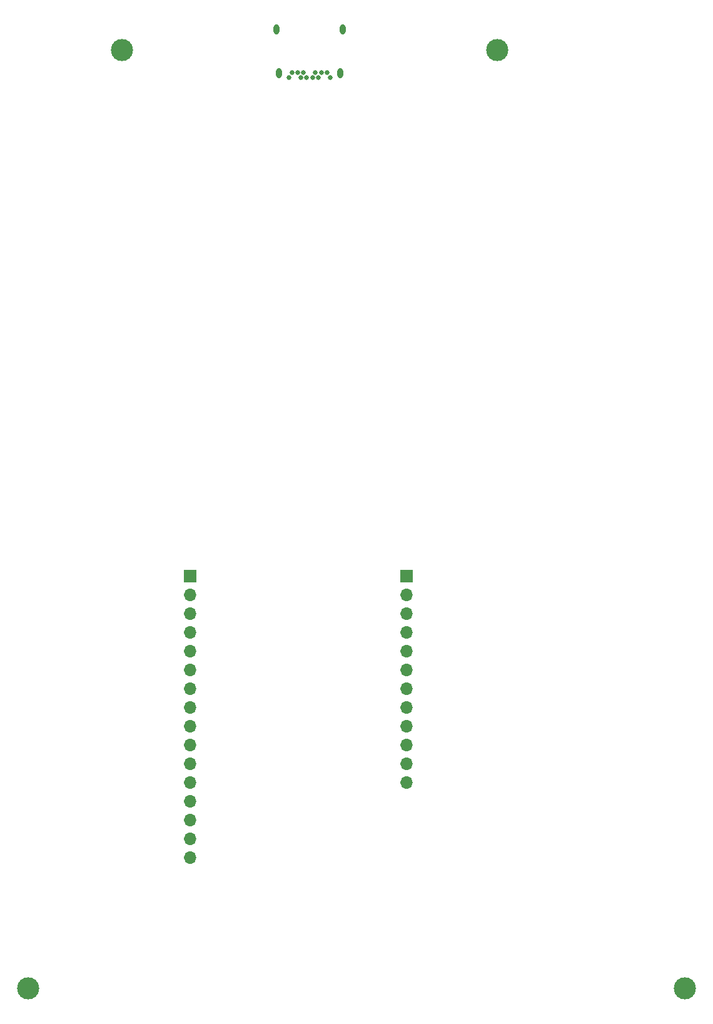
<source format=gbr>
%TF.GenerationSoftware,KiCad,Pcbnew,6.0.11-2627ca5db0~126~ubuntu20.04.1*%
%TF.CreationDate,2023-02-12T02:05:53+01:00*%
%TF.ProjectId,HeadTracker_LoRa,48656164-5472-4616-936b-65725f4c6f52,rev?*%
%TF.SameCoordinates,Original*%
%TF.FileFunction,Copper,L2,Bot*%
%TF.FilePolarity,Positive*%
%FSLAX46Y46*%
G04 Gerber Fmt 4.6, Leading zero omitted, Abs format (unit mm)*
G04 Created by KiCad (PCBNEW 6.0.11-2627ca5db0~126~ubuntu20.04.1) date 2023-02-12 02:05:53*
%MOMM*%
%LPD*%
G01*
G04 APERTURE LIST*
%TA.AperFunction,ComponentPad*%
%ADD10C,3.000000*%
%TD*%
%TA.AperFunction,ComponentPad*%
%ADD11R,1.700000X1.700000*%
%TD*%
%TA.AperFunction,ComponentPad*%
%ADD12O,1.700000X1.700000*%
%TD*%
%TA.AperFunction,ComponentPad*%
%ADD13O,0.800000X1.400000*%
%TD*%
%TA.AperFunction,ComponentPad*%
%ADD14C,0.650000*%
%TD*%
G04 APERTURE END LIST*
D10*
%TO.P,U$31,1*%
%TO.N,N/C*%
X177800000Y-38100000D03*
%TD*%
%TO.P,U$3,1*%
%TO.N,N/C*%
X203225000Y-165100000D03*
%TD*%
%TO.P,U$2,1*%
%TO.N,N/C*%
X127000000Y-38100000D03*
%TD*%
%TO.P,U$1,1*%
%TO.N,N/C*%
X114300000Y-165100000D03*
%TD*%
D11*
%TO.P,JP3,1,Pin_1*%
%TO.N,VBAT*%
X165528684Y-109299404D03*
D12*
%TO.P,JP3,2,Pin_2*%
%TO.N,/EN*%
X165528684Y-111839404D03*
%TO.P,JP3,3,Pin_3*%
%TO.N,VBUS*%
X165528684Y-114379404D03*
%TO.P,JP3,4,Pin_4*%
%TO.N,/13*%
X165528684Y-116919404D03*
%TO.P,JP3,5,Pin_5*%
%TO.N,/12*%
X165528684Y-119459404D03*
%TO.P,JP3,6,Pin_6*%
%TO.N,/11*%
X165528684Y-121999404D03*
%TO.P,JP3,7,Pin_7*%
%TO.N,/10*%
X165528684Y-124539404D03*
%TO.P,JP3,8,Pin_8*%
%TO.N,/9*%
X165528684Y-127079404D03*
%TO.P,JP3,9,Pin_9*%
%TO.N,/6*%
X165528684Y-129619404D03*
%TO.P,JP3,10,Pin_10*%
%TO.N,/5*%
X165528684Y-132159404D03*
%TO.P,JP3,11,Pin_11*%
%TO.N,/3*%
X165528684Y-134699404D03*
%TO.P,JP3,12,Pin_12*%
%TO.N,/2*%
X165528684Y-137239404D03*
%TD*%
D11*
%TO.P,JP2,1,Pin_1*%
%TO.N,/DIO1*%
X136200497Y-109250000D03*
D12*
%TO.P,JP2,2,Pin_2*%
%TO.N,/1*%
X136200497Y-111790000D03*
%TO.P,JP2,3,Pin_3*%
%TO.N,/0*%
X136200497Y-114330000D03*
%TO.P,JP2,4,Pin_4*%
%TO.N,/MISO*%
X136200497Y-116870000D03*
%TO.P,JP2,5,Pin_5*%
%TO.N,/MOSI*%
X136200497Y-119410000D03*
%TO.P,JP2,6,Pin_6*%
%TO.N,/SCK*%
X136200497Y-121950000D03*
%TO.P,JP2,7,Pin_7*%
%TO.N,/A5*%
X136200497Y-124490000D03*
%TO.P,JP2,8,Pin_8*%
%TO.N,/A4*%
X136200497Y-127030000D03*
%TO.P,JP2,9,Pin_9*%
%TO.N,/A3*%
X136200497Y-129570000D03*
%TO.P,JP2,10,Pin_10*%
%TO.N,/A2*%
X136200497Y-132110000D03*
%TO.P,JP2,11,Pin_11*%
%TO.N,/A1*%
X136200497Y-134650000D03*
%TO.P,JP2,12,Pin_12*%
%TO.N,/A0*%
X136200497Y-137190000D03*
%TO.P,JP2,13,Pin_13*%
%TO.N,GND*%
X136200497Y-139730000D03*
%TO.P,JP2,14,Pin_14*%
%TO.N,/AREF*%
X136200497Y-142270000D03*
%TO.P,JP2,15,Pin_15*%
%TO.N,+3V3*%
X136200497Y-144810000D03*
%TO.P,JP2,16,Pin_16*%
%TO.N,/RST*%
X136200497Y-147350000D03*
%TD*%
D13*
%TO.P,J1,S1,SHIELD*%
%TO.N,unconnected-(J1-PadS1)*%
X156530000Y-41210000D03*
X148270000Y-41210000D03*
X147910000Y-35260000D03*
X156890000Y-35260000D03*
D14*
%TO.P,J1,B1,GND*%
%TO.N,GND*%
X149600000Y-41810000D03*
%TO.P,J1,B4,VBUS*%
%TO.N,VBUS*%
X151200000Y-41810000D03*
%TO.P,J1,B6,D+*%
%TO.N,Net-(J1-PadA6)*%
X152000000Y-41810000D03*
%TO.P,J1,B7,D-*%
%TO.N,Net-(J1-PadA7)*%
X152800000Y-41810000D03*
%TO.P,J1,B9,VBUS*%
%TO.N,VBUS*%
X153600000Y-41810000D03*
%TO.P,J1,B12,GND*%
%TO.N,GND*%
X155200000Y-41810000D03*
%TO.P,J1,B2*%
%TO.N,N/C*%
X150000000Y-41110000D03*
%TO.P,J1,B3*%
X150800000Y-41110000D03*
%TO.P,J1,B5,CC2*%
%TO.N,/CC2*%
X151600000Y-41110000D03*
%TO.P,J1,B8,SBU2*%
%TO.N,unconnected-(J1-PadB8)*%
X153200000Y-41110000D03*
%TO.P,J1,B10*%
%TO.N,N/C*%
X154000000Y-41110000D03*
%TO.P,J1,B11*%
X154800000Y-41110000D03*
%TD*%
M02*

</source>
